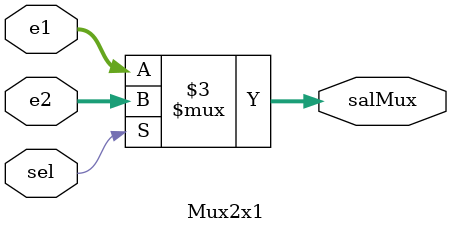
<source format=v>
module Mux2x1(
    input [31:0] e1,                // Entrada 1
    input [31:0] e2,                // Entrada 2
    input sel,                      // Selector
    output reg [31:0] salMux        // Salida
);

    always @(*) begin
        if (sel) 
            salMux = e2;       // Si sel es 1, la salida es e2
        else
            salMux = e1;       // Si sel es 0, la salida es e1
    end

endmodule

</source>
